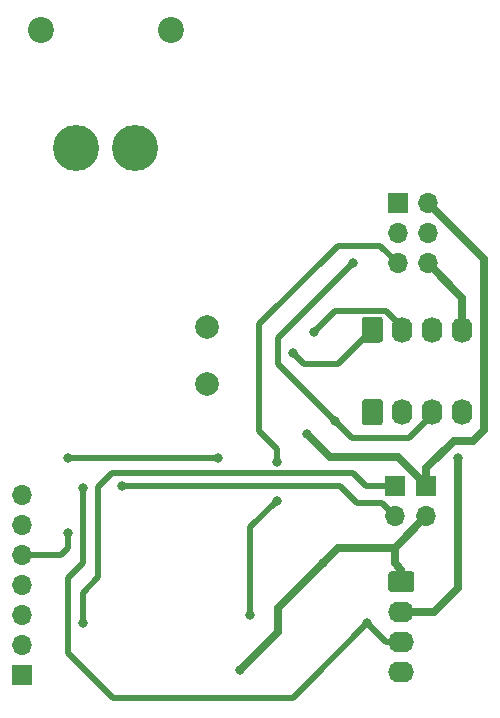
<source format=gbl>
G04 #@! TF.GenerationSoftware,KiCad,Pcbnew,5.0.2-bee76a0~70~ubuntu16.04.1*
G04 #@! TF.CreationDate,2019-07-23T17:30:48+02:00*
G04 #@! TF.ProjectId,ATtiny_3.0,41547469-6e79-45f3-932e-302e6b696361,rev?*
G04 #@! TF.SameCoordinates,Original*
G04 #@! TF.FileFunction,Copper,L2,Bot*
G04 #@! TF.FilePolarity,Positive*
%FSLAX46Y46*%
G04 Gerber Fmt 4.6, Leading zero omitted, Abs format (unit mm)*
G04 Created by KiCad (PCBNEW 5.0.2-bee76a0~70~ubuntu16.04.1) date mar 23 jul 2019 17:30:48 CEST*
%MOMM*%
%LPD*%
G01*
G04 APERTURE LIST*
G04 #@! TA.AperFunction,ComponentPad*
%ADD10R,1.700000X1.700000*%
G04 #@! TD*
G04 #@! TA.AperFunction,ComponentPad*
%ADD11O,1.700000X1.700000*%
G04 #@! TD*
G04 #@! TA.AperFunction,ComponentPad*
%ADD12C,3.900000*%
G04 #@! TD*
G04 #@! TA.AperFunction,ComponentPad*
%ADD13C,2.200000*%
G04 #@! TD*
G04 #@! TA.AperFunction,ComponentPad*
%ADD14C,0.600000*%
G04 #@! TD*
G04 #@! TA.AperFunction,ComponentPad*
%ADD15C,2.000000*%
G04 #@! TD*
G04 #@! TA.AperFunction,ComponentPad*
%ADD16O,1.740000X2.200000*%
G04 #@! TD*
G04 #@! TA.AperFunction,Conductor*
%ADD17C,0.100000*%
G04 #@! TD*
G04 #@! TA.AperFunction,ComponentPad*
%ADD18C,1.740000*%
G04 #@! TD*
G04 #@! TA.AperFunction,ComponentPad*
%ADD19O,2.200000X1.740000*%
G04 #@! TD*
G04 #@! TA.AperFunction,ViaPad*
%ADD20C,0.800000*%
G04 #@! TD*
G04 #@! TA.AperFunction,Conductor*
%ADD21C,0.700000*%
G04 #@! TD*
G04 #@! TA.AperFunction,Conductor*
%ADD22C,0.500000*%
G04 #@! TD*
G04 APERTURE END LIST*
D10*
G04 #@! TO.P,ICSP,1*
G04 #@! TO.N,MISO*
X130810000Y-49530000D03*
D11*
G04 #@! TO.P,ICSP,2*
G04 #@! TO.N,+5V*
X133350000Y-49530000D03*
G04 #@! TO.P,ICSP,3*
G04 #@! TO.N,SCK-SCL*
X130810000Y-52070000D03*
G04 #@! TO.P,ICSP,4*
G04 #@! TO.N,MOSI-SDA*
X133350000Y-52070000D03*
G04 #@! TO.P,ICSP,5*
G04 #@! TO.N,RESET*
X130810000Y-54610000D03*
G04 #@! TO.P,ICSP,6*
G04 #@! TO.N,Earth*
X133350000Y-54610000D03*
G04 #@! TD*
D12*
G04 #@! TO.P, ,2*
G04 #@! TO.N,VPP*
X103608000Y-44894500D03*
G04 #@! TO.P, ,1*
G04 #@! TO.N,Earth*
X108608000Y-44894500D03*
D13*
G04 #@! TO.P, ,*
G04 #@! TO.N,*
X111608000Y-34894500D03*
X100608000Y-34894500D03*
D14*
X102158000Y-44894500D03*
X102583000Y-45919500D03*
X103608000Y-46344500D03*
X105058000Y-44894500D03*
X104633000Y-45919500D03*
X104633000Y-43869500D03*
X103608000Y-43444500D03*
X102583000Y-43869500D03*
X110058000Y-44894500D03*
X109633000Y-45919500D03*
X108608000Y-46344500D03*
X107583000Y-45919500D03*
X107158000Y-44894500D03*
X107583000Y-43869500D03*
X108608000Y-43444500D03*
X109633000Y-43869500D03*
G04 #@! TD*
D11*
G04 #@! TO.P, ,2*
G04 #@! TO.N,DIRECTION2*
X130620000Y-76073000D03*
D10*
G04 #@! TO.P, ,1*
G04 #@! TO.N,DIRECTION1*
X130620000Y-73533000D03*
G04 #@! TD*
G04 #@! TO.P, ,1*
G04 #@! TO.N,+5V*
X133223000Y-73533000D03*
D11*
G04 #@! TO.P, ,2*
X133223000Y-76073000D03*
G04 #@! TD*
D10*
G04 #@! TO.P, ,1*
G04 #@! TO.N,+5V*
X99000000Y-89500000D03*
D11*
G04 #@! TO.P, ,2*
G04 #@! TO.N,Earth*
X99000000Y-86960000D03*
G04 #@! TO.P, ,3*
G04 #@! TO.N,ENABLE*
X99000000Y-84420000D03*
G04 #@! TO.P, ,4*
G04 #@! TO.N,CS*
X99000000Y-81880000D03*
G04 #@! TO.P, ,5*
G04 #@! TO.N,INA*
X99000000Y-79340000D03*
G04 #@! TO.P, ,6*
G04 #@! TO.N,INB*
X99000000Y-76800000D03*
G04 #@! TO.P, ,7*
G04 #@! TO.N,PWM*
X99000000Y-74260000D03*
G04 #@! TD*
D15*
G04 #@! TO.P,CLK,1*
G04 #@! TO.N,Net-(C3-Pad2)*
X114681000Y-60000000D03*
G04 #@! TO.P,CLK,2*
G04 #@! TO.N,Net-(C4-Pad2)*
X114681000Y-64900000D03*
G04 #@! TD*
D16*
G04 #@! TO.P, ,4*
G04 #@! TO.N,Earth*
X136290000Y-60247109D03*
G04 #@! TO.P, ,3*
G04 #@! TO.N,SCK-SCL*
X133750000Y-60247109D03*
G04 #@! TO.P, ,2*
G04 #@! TO.N,MOSI-SDA*
X131210000Y-60247109D03*
D17*
G04 #@! TD*
G04 #@! TO.N,HANDSHAKE*
G04 #@! TO.C, *
G36*
X129314505Y-59148313D02*
X129338773Y-59151913D01*
X129362572Y-59157874D01*
X129385671Y-59166139D01*
X129407850Y-59176629D01*
X129428893Y-59189241D01*
X129448599Y-59203856D01*
X129466777Y-59220332D01*
X129483253Y-59238510D01*
X129497868Y-59258216D01*
X129510480Y-59279259D01*
X129520970Y-59301438D01*
X129529235Y-59324537D01*
X129535196Y-59348336D01*
X129538796Y-59372604D01*
X129540000Y-59397108D01*
X129540000Y-61097110D01*
X129538796Y-61121614D01*
X129535196Y-61145882D01*
X129529235Y-61169681D01*
X129520970Y-61192780D01*
X129510480Y-61214959D01*
X129497868Y-61236002D01*
X129483253Y-61255708D01*
X129466777Y-61273886D01*
X129448599Y-61290362D01*
X129428893Y-61304977D01*
X129407850Y-61317589D01*
X129385671Y-61328079D01*
X129362572Y-61336344D01*
X129338773Y-61342305D01*
X129314505Y-61345905D01*
X129290001Y-61347109D01*
X128049999Y-61347109D01*
X128025495Y-61345905D01*
X128001227Y-61342305D01*
X127977428Y-61336344D01*
X127954329Y-61328079D01*
X127932150Y-61317589D01*
X127911107Y-61304977D01*
X127891401Y-61290362D01*
X127873223Y-61273886D01*
X127856747Y-61255708D01*
X127842132Y-61236002D01*
X127829520Y-61214959D01*
X127819030Y-61192780D01*
X127810765Y-61169681D01*
X127804804Y-61145882D01*
X127801204Y-61121614D01*
X127800000Y-61097110D01*
X127800000Y-59397108D01*
X127801204Y-59372604D01*
X127804804Y-59348336D01*
X127810765Y-59324537D01*
X127819030Y-59301438D01*
X127829520Y-59279259D01*
X127842132Y-59258216D01*
X127856747Y-59238510D01*
X127873223Y-59220332D01*
X127891401Y-59203856D01*
X127911107Y-59189241D01*
X127932150Y-59176629D01*
X127954329Y-59166139D01*
X127977428Y-59157874D01*
X128001227Y-59151913D01*
X128025495Y-59148313D01*
X128049999Y-59147109D01*
X129290001Y-59147109D01*
X129314505Y-59148313D01*
X129314505Y-59148313D01*
G37*
D18*
G04 #@! TO.P, ,1*
G04 #@! TO.N,HANDSHAKE*
X128670000Y-60247109D03*
G04 #@! TD*
D17*
G04 #@! TO.N,HANDSHAKE*
G04 #@! TO.C, *
G36*
X129314505Y-66133313D02*
X129338773Y-66136913D01*
X129362572Y-66142874D01*
X129385671Y-66151139D01*
X129407850Y-66161629D01*
X129428893Y-66174241D01*
X129448599Y-66188856D01*
X129466777Y-66205332D01*
X129483253Y-66223510D01*
X129497868Y-66243216D01*
X129510480Y-66264259D01*
X129520970Y-66286438D01*
X129529235Y-66309537D01*
X129535196Y-66333336D01*
X129538796Y-66357604D01*
X129540000Y-66382108D01*
X129540000Y-68082110D01*
X129538796Y-68106614D01*
X129535196Y-68130882D01*
X129529235Y-68154681D01*
X129520970Y-68177780D01*
X129510480Y-68199959D01*
X129497868Y-68221002D01*
X129483253Y-68240708D01*
X129466777Y-68258886D01*
X129448599Y-68275362D01*
X129428893Y-68289977D01*
X129407850Y-68302589D01*
X129385671Y-68313079D01*
X129362572Y-68321344D01*
X129338773Y-68327305D01*
X129314505Y-68330905D01*
X129290001Y-68332109D01*
X128049999Y-68332109D01*
X128025495Y-68330905D01*
X128001227Y-68327305D01*
X127977428Y-68321344D01*
X127954329Y-68313079D01*
X127932150Y-68302589D01*
X127911107Y-68289977D01*
X127891401Y-68275362D01*
X127873223Y-68258886D01*
X127856747Y-68240708D01*
X127842132Y-68221002D01*
X127829520Y-68199959D01*
X127819030Y-68177780D01*
X127810765Y-68154681D01*
X127804804Y-68130882D01*
X127801204Y-68106614D01*
X127800000Y-68082110D01*
X127800000Y-66382108D01*
X127801204Y-66357604D01*
X127804804Y-66333336D01*
X127810765Y-66309537D01*
X127819030Y-66286438D01*
X127829520Y-66264259D01*
X127842132Y-66243216D01*
X127856747Y-66223510D01*
X127873223Y-66205332D01*
X127891401Y-66188856D01*
X127911107Y-66174241D01*
X127932150Y-66161629D01*
X127954329Y-66151139D01*
X127977428Y-66142874D01*
X128001227Y-66136913D01*
X128025495Y-66133313D01*
X128049999Y-66132109D01*
X129290001Y-66132109D01*
X129314505Y-66133313D01*
X129314505Y-66133313D01*
G37*
D18*
G04 #@! TD*
G04 #@! TO.P, ,1*
G04 #@! TO.N,HANDSHAKE*
X128670000Y-67232109D03*
D16*
G04 #@! TO.P, ,2*
G04 #@! TO.N,MOSI-SDA*
X131210000Y-67232109D03*
G04 #@! TO.P, ,3*
G04 #@! TO.N,SCK-SCL*
X133750000Y-67232109D03*
G04 #@! TO.P, ,4*
G04 #@! TO.N,Earth*
X136290000Y-67232109D03*
G04 #@! TD*
D17*
G04 #@! TO.N,+5V*
G04 #@! TO.C, *
G36*
X132002005Y-80728704D02*
X132026273Y-80732304D01*
X132050072Y-80738265D01*
X132073171Y-80746530D01*
X132095350Y-80757020D01*
X132116393Y-80769632D01*
X132136099Y-80784247D01*
X132154277Y-80800723D01*
X132170753Y-80818901D01*
X132185368Y-80838607D01*
X132197980Y-80859650D01*
X132208470Y-80881829D01*
X132216735Y-80904928D01*
X132222696Y-80928727D01*
X132226296Y-80952995D01*
X132227500Y-80977499D01*
X132227500Y-82217501D01*
X132226296Y-82242005D01*
X132222696Y-82266273D01*
X132216735Y-82290072D01*
X132208470Y-82313171D01*
X132197980Y-82335350D01*
X132185368Y-82356393D01*
X132170753Y-82376099D01*
X132154277Y-82394277D01*
X132136099Y-82410753D01*
X132116393Y-82425368D01*
X132095350Y-82437980D01*
X132073171Y-82448470D01*
X132050072Y-82456735D01*
X132026273Y-82462696D01*
X132002005Y-82466296D01*
X131977501Y-82467500D01*
X130277499Y-82467500D01*
X130252995Y-82466296D01*
X130228727Y-82462696D01*
X130204928Y-82456735D01*
X130181829Y-82448470D01*
X130159650Y-82437980D01*
X130138607Y-82425368D01*
X130118901Y-82410753D01*
X130100723Y-82394277D01*
X130084247Y-82376099D01*
X130069632Y-82356393D01*
X130057020Y-82335350D01*
X130046530Y-82313171D01*
X130038265Y-82290072D01*
X130032304Y-82266273D01*
X130028704Y-82242005D01*
X130027500Y-82217501D01*
X130027500Y-80977499D01*
X130028704Y-80952995D01*
X130032304Y-80928727D01*
X130038265Y-80904928D01*
X130046530Y-80881829D01*
X130057020Y-80859650D01*
X130069632Y-80838607D01*
X130084247Y-80818901D01*
X130100723Y-80800723D01*
X130118901Y-80784247D01*
X130138607Y-80769632D01*
X130159650Y-80757020D01*
X130181829Y-80746530D01*
X130204928Y-80738265D01*
X130228727Y-80732304D01*
X130252995Y-80728704D01*
X130277499Y-80727500D01*
X131977501Y-80727500D01*
X132002005Y-80728704D01*
X132002005Y-80728704D01*
G37*
D18*
G04 #@! TD*
G04 #@! TO.P, ,1*
G04 #@! TO.N,+5V*
X131127500Y-81597500D03*
D19*
G04 #@! TO.P, ,2*
G04 #@! TO.N,Earth*
X131127500Y-84137500D03*
G04 #@! TO.P, ,3*
G04 #@! TO.N,INT1*
X131127500Y-86677500D03*
G04 #@! TO.P, ,4*
G04 #@! TO.N,INT2*
X131127500Y-89217500D03*
G04 #@! TD*
D20*
G04 #@! TO.N,+5V*
X124460000Y-80010000D03*
X117456644Y-89070000D03*
X123126500Y-69088000D03*
G04 #@! TO.N,Earth*
X135890000Y-71120000D03*
G04 #@! TO.N,RESET*
X118341500Y-84391500D03*
X120586500Y-74739500D03*
X120586500Y-71501000D03*
G04 #@! TO.N,SCK-SCL*
X127000000Y-54610000D03*
X125476000Y-68008500D03*
G04 #@! TO.N,INT1*
X104140000Y-73660000D03*
X128242750Y-85117250D03*
G04 #@! TO.N,MOSI-SDA*
X123702500Y-60447500D03*
G04 #@! TO.N,DIRECTION2*
X107505500Y-73490000D03*
G04 #@! TO.N,DIRECTION1*
X104140000Y-85090000D03*
G04 #@! TO.N,INA*
X102870000Y-77470000D03*
G04 #@! TO.N,Net-(R3-Pad1)*
X102870000Y-71120000D03*
X115570000Y-71120000D03*
G04 #@! TO.N,HANDSHAKE*
X121920000Y-62230000D03*
G04 #@! TD*
D21*
G04 #@! TO.N,+5V*
X120650000Y-85876644D02*
X117456644Y-89070000D01*
X120650000Y-83820000D02*
X120650000Y-85876644D01*
X124460000Y-80010000D02*
X120650000Y-83820000D01*
X125730000Y-78740000D02*
X124460000Y-80010000D01*
X130556000Y-78740000D02*
X125730000Y-78740000D01*
X133223000Y-76073000D02*
X130556000Y-78740000D01*
X138112500Y-54292500D02*
X133350000Y-49530000D01*
X138112500Y-68770500D02*
X138112500Y-54292500D01*
X133223000Y-73533000D02*
X133223000Y-71983000D01*
X135546500Y-69659500D02*
X137223500Y-69659500D01*
X133223000Y-71983000D02*
X135546500Y-69659500D01*
X137223500Y-69659500D02*
X138112500Y-68770500D01*
X133223000Y-73445998D02*
X133223000Y-73533000D01*
X125120814Y-71076499D02*
X130853501Y-71076499D01*
X130853501Y-71076499D02*
X133223000Y-73445998D01*
X125114999Y-71076499D02*
X123126500Y-69088000D01*
X125120814Y-71076499D02*
X125114999Y-71076499D01*
X130556000Y-80056000D02*
X130556000Y-78740000D01*
X131127500Y-80627500D02*
X130556000Y-80056000D01*
X131127500Y-81597500D02*
X131127500Y-80627500D01*
G04 #@! TO.N,Earth*
X136290000Y-57550000D02*
X136290000Y-60247109D01*
X133350000Y-54610000D02*
X136290000Y-57550000D01*
X135890000Y-82169000D02*
X133921500Y-84137500D01*
X133921500Y-84137500D02*
X131127500Y-84137500D01*
X135890000Y-71120000D02*
X135890000Y-82169000D01*
D22*
G04 #@! TO.N,RESET*
X118341500Y-76984500D02*
X120586500Y-74739500D01*
X118341500Y-84391500D02*
X118341500Y-76984500D01*
X129349500Y-53149500D02*
X130810000Y-54610000D01*
X125730000Y-53149500D02*
X129349500Y-53149500D01*
X120586500Y-71501000D02*
X120586500Y-70358000D01*
X119062500Y-59817000D02*
X125730000Y-53149500D01*
X120586500Y-70358000D02*
X119062500Y-68834000D01*
X119062500Y-68834000D02*
X119062500Y-59817000D01*
G04 #@! TO.N,SCK-SCL*
X120650000Y-60960000D02*
X127000000Y-54610000D01*
X133750000Y-67232109D02*
X133750000Y-67462109D01*
X120650000Y-63182500D02*
X120650000Y-60960000D01*
X133750000Y-67462109D02*
X131743109Y-69469000D01*
X131743109Y-69469000D02*
X126936500Y-69469000D01*
X126936500Y-69469000D02*
X125476000Y-68008500D01*
X125476000Y-68008500D02*
X120650000Y-63182500D01*
G04 #@! TO.N,INT1*
X123190000Y-90170000D02*
X128242750Y-85117250D01*
X104140000Y-80010000D02*
X102870000Y-81280000D01*
X104140000Y-73660000D02*
X104140000Y-80010000D01*
X102870000Y-81280000D02*
X102870000Y-87630000D01*
X102870000Y-87630000D02*
X106680000Y-91440000D01*
X106680000Y-91440000D02*
X121920000Y-91440000D01*
X121920000Y-91440000D02*
X123190000Y-90170000D01*
X128242750Y-85117250D02*
X129803000Y-86677500D01*
X129803000Y-86677500D02*
X131127500Y-86677500D01*
G04 #@! TO.N,MOSI-SDA*
X131210000Y-60247109D02*
X131210000Y-60017109D01*
X131210000Y-60017109D02*
X129840000Y-58647109D01*
X129840000Y-58647109D02*
X125502891Y-58647109D01*
X125502891Y-58647109D02*
X123702500Y-60447500D01*
G04 #@! TO.N,DIRECTION2*
X107548500Y-73533000D02*
X107505500Y-73490000D01*
X127371500Y-74961500D02*
X125900000Y-73490000D01*
X129508500Y-74961500D02*
X127371500Y-74961500D01*
X107505500Y-73490000D02*
X125900000Y-73490000D01*
X129508500Y-74961500D02*
X130620000Y-76073000D01*
G04 #@! TO.N,DIRECTION1*
X128143000Y-73533000D02*
X130620000Y-73533000D01*
X106743500Y-72390000D02*
X127000000Y-72390000D01*
X104140000Y-85090000D02*
X104140000Y-82550000D01*
X127000000Y-72390000D02*
X128143000Y-73533000D01*
X104140000Y-82550000D02*
X105473500Y-81216500D01*
X105473500Y-81216500D02*
X105473500Y-73596500D01*
X105473500Y-73596500D02*
X106648250Y-72421750D01*
X106648250Y-72421750D02*
X106711750Y-72421750D01*
X106711750Y-72421750D02*
X106743500Y-72390000D01*
G04 #@! TO.N,INA*
X102870000Y-78740000D02*
X102270000Y-79340000D01*
X102870000Y-77470000D02*
X102870000Y-78740000D01*
X99000000Y-79340000D02*
X102270000Y-79340000D01*
G04 #@! TO.N,Net-(R3-Pad1)*
X115570000Y-71120000D02*
X102870000Y-71120000D01*
G04 #@! TO.N,HANDSHAKE*
X121920000Y-62230000D02*
X122872500Y-63182500D01*
X126682500Y-62234609D02*
X128670000Y-60247109D01*
X126677891Y-62234609D02*
X125730000Y-63182500D01*
X126682500Y-62234609D02*
X126677891Y-62234609D01*
X122872500Y-63182500D02*
X125730000Y-63182500D01*
G04 #@! TD*
M02*

</source>
